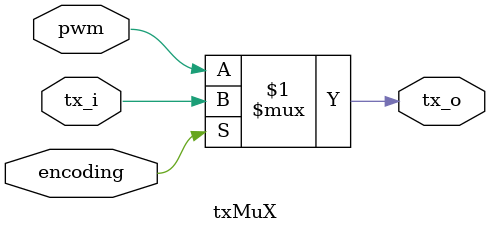
<source format=v>

module control(
    input pclk, 
    input resetn, 

    output tx_rinc, 
    input [7:0] tx_rdata, 
    input tx_rempty,
    output tx, 

    output rx_winc, 
    output [7:0] rx_wdata, 
    input rx_wfull, 
    input rx
);
    parameter pwmen = 1'b1; 

    reg encode; 
    wire encoderready; 
    wire encoding; 
    wire encoderTX; 
    wire break; 

    // manchesterEncoder men(
    //     .clk16x(pclk), 
    //     .resetn(resetn), 
    //     .encode(encode), 
    //     .data_in(tx_rdata), 
    //     .ready(encoderready),
    //     .encoding(encoding), 
    //     .tx(encoderTX) 
    // );
    fbsbencoder uutEncode (
        .pclk(pclk), 
        .resetn(resetn), 
        .encode(encode), 
        .encoding(encoding), 
        .data_in(tx_rdata), 
        .encoderReady(encoderready), 
        .tx(encoderTX), 
        .break(break)
    );

    // always on counter
    reg [15:0] pwmcounter; 
    always @(posedge pclk or negedge resetn) begin 
        if(~resetn) begin 
            pwmcounter <= 16'h0; 
        end else begin 
            if(encoding) begin 
                pwmcounter <= pwmcounter; 
            end else begin 
                pwmcounter <= pwmcounter + 1'b1; 
            end 
        end 
    end 

generate
    if(pwmen) begin : PWM0
        txMuX txmux(
            .pwm(pwmcounter[12]), 
            // .pwm(1'b0), 
            .tx_i(encoderTX), 
            .encoding(encoding), 
            .tx_o(tx)
        );
    end else begin : PWM1
        txMuX txmux(
            .pwm(1'b0), 
            .tx_i(encoderTX), 
            .encoding(encoding), 
            .tx_o(tx)
        );
    end 
endgenerate

    // tx state machine 
    reg [3:0] tx_curState, tx_nxtState; 
    reg tx_rinc_reg; assign tx_rinc = tx_rinc_reg; 
    reg tx_curLow, tx_nxtLow; 
    reg [15:0] tx_curLowCounter, tx_nxtLowCounter; 

    always @(posedge pclk or negedge resetn) begin 
        if(~resetn) begin 
            tx_curState <= 1'b0; 
            tx_curLow <= 1'b0; 
            tx_curLowCounter <= 16'h0; 
        end else begin 
            tx_curState <= tx_nxtState; 
            tx_curLow <= tx_nxtLow;
            tx_curLowCounter <= tx_nxtLowCounter;
        end 
    end 

    always @(*) begin 
        tx_nxtState = tx_curState; 
        tx_rinc_reg = 1'b0; 
        tx_nxtLow = tx_curLow; 
        tx_nxtLowCounter = tx_curLowCounter; 

        case(tx_curState)
            // IDLE 
            4'h0: begin 
                tx_nxtLowCounter = 16'h0; 
                encode = 1'b0; 
                if(~tx_rempty) begin 
                    if(pwmcounter[12]) begin 
                        // tx line is ready 
                        tx_nxtState = 4'h1;
                        encode = 1'b1; 
                    end else begin 
                        tx_nxtState = 4'h3;
                        tx_nxtLow = pwmcounter[12]; 
                    end 
                end 
            end 

            // get the tx line ready for hand shake
            4'h3: begin 
                if(tx_curLowCounter == 16'd849) begin 
                    tx_nxtState = 4'h1; 
                    encode = 1'b1; 
                    tx_nxtLowCounter = 16'h0; 
                end else begin 
                    tx_nxtState = 4'h3; 
                    encode = 1'b0; 
                    tx_nxtLowCounter = tx_curLowCounter + 1'b1; 
                end 
            end 

            // encoder 
            4'h1: begin 
                if(encoderready) begin 
                    tx_rinc_reg = 1'b1; 
                    tx_nxtState = 4'h2; 
                end 
            end 

            4'h2: begin 
                // wait for sending 
                if(break) begin 
                    tx_nxtState = 4'h4; 
                    tx_nxtLowCounter = 16'h0; 
                end else if(encoderready) begin 
                    if(~tx_rempty) begin 
                        encode = 1'b1; 
                        tx_rinc_reg = 1'b1; 
                    end else begin 
                        encode = 1'b0; 
                        tx_nxtState = 4'h0; 
                    end 
                end
            end 

            4'h4: begin 
                // wait for one symbol 
                encode = 1'b0; 
                if(tx_curLowCounter == 16'd599) begin 
                    tx_nxtState = 4'h0; 
                end else begin 
                    tx_nxtLowCounter = tx_curLowCounter + 1'b1; 
                end 
            end 
        endcase 
    end 

    // --------------------------------------------------------
    // decoder 
    wire [7:0] data_o; 
    wire dataValid; 

    fbsbdecoder uutDecode (
        .pclk(pclk),
        .resetn(resetn), 
        .rx(rx), 
        .data_o(data_o), 
        .dataValid(dataValid)
    );

    reg rx_winc_reg; 
    reg [7:0] rx_wdata_reg; 

    assign rx_winc = rx_winc_reg;
    assign rx_wdata = rx_wdata_reg; 

    always @(posedge pclk or negedge resetn) begin 
        if(~resetn) begin 
            rx_winc_reg <= 1'b0; 
            rx_wdata_reg <= 8'h0; 
        end else begin 
            if(~rx_wfull & dataValid) begin 
                rx_wdata_reg <= data_o; 
                rx_winc_reg <= 1'b1; 
            end else begin 
                rx_winc_reg <= 1'b0; 
            end 
        end 
    end
 
endmodule 

module txMuX(
    input pwm, 
    input tx_i, 
    input encoding, 
    output tx_o
);

     assign tx_o = encoding ? tx_i : pwm; 
endmodule 

</source>
